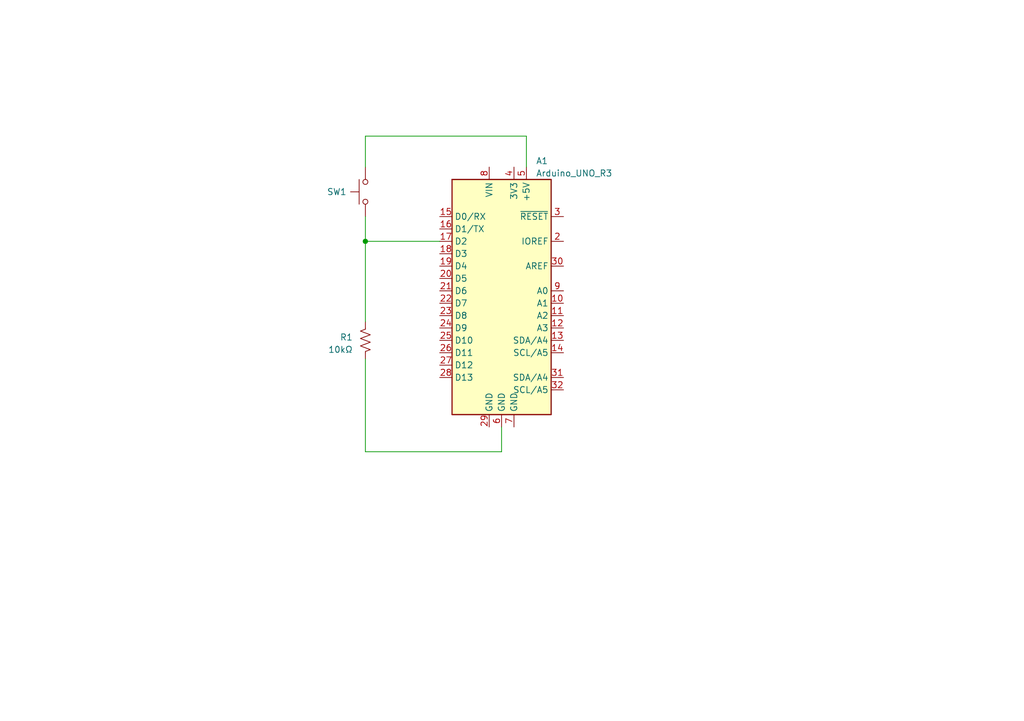
<source format=kicad_sch>
(kicad_sch (version 20230121) (generator eeschema)

  (uuid 062c7fc9-3203-4e28-9240-3193774e34ca)

  (paper "A5")

  (title_block
    (title "Dynamic Blink")
  )

  (lib_symbols
    (symbol "Device:R_US" (pin_numbers hide) (pin_names (offset 0)) (in_bom yes) (on_board yes)
      (property "Reference" "R" (at 2.54 0 90)
        (effects (font (size 1.27 1.27)))
      )
      (property "Value" "R_US" (at -2.54 0 90)
        (effects (font (size 1.27 1.27)))
      )
      (property "Footprint" "" (at 1.016 -0.254 90)
        (effects (font (size 1.27 1.27)) hide)
      )
      (property "Datasheet" "~" (at 0 0 0)
        (effects (font (size 1.27 1.27)) hide)
      )
      (property "ki_keywords" "R res resistor" (at 0 0 0)
        (effects (font (size 1.27 1.27)) hide)
      )
      (property "ki_description" "Resistor, US symbol" (at 0 0 0)
        (effects (font (size 1.27 1.27)) hide)
      )
      (property "ki_fp_filters" "R_*" (at 0 0 0)
        (effects (font (size 1.27 1.27)) hide)
      )
      (symbol "R_US_0_1"
        (polyline
          (pts
            (xy 0 -2.286)
            (xy 0 -2.54)
          )
          (stroke (width 0) (type default))
          (fill (type none))
        )
        (polyline
          (pts
            (xy 0 2.286)
            (xy 0 2.54)
          )
          (stroke (width 0) (type default))
          (fill (type none))
        )
        (polyline
          (pts
            (xy 0 -0.762)
            (xy 1.016 -1.143)
            (xy 0 -1.524)
            (xy -1.016 -1.905)
            (xy 0 -2.286)
          )
          (stroke (width 0) (type default))
          (fill (type none))
        )
        (polyline
          (pts
            (xy 0 0.762)
            (xy 1.016 0.381)
            (xy 0 0)
            (xy -1.016 -0.381)
            (xy 0 -0.762)
          )
          (stroke (width 0) (type default))
          (fill (type none))
        )
        (polyline
          (pts
            (xy 0 2.286)
            (xy 1.016 1.905)
            (xy 0 1.524)
            (xy -1.016 1.143)
            (xy 0 0.762)
          )
          (stroke (width 0) (type default))
          (fill (type none))
        )
      )
      (symbol "R_US_1_1"
        (pin passive line (at 0 3.81 270) (length 1.27)
          (name "~" (effects (font (size 1.27 1.27))))
          (number "1" (effects (font (size 1.27 1.27))))
        )
        (pin passive line (at 0 -3.81 90) (length 1.27)
          (name "~" (effects (font (size 1.27 1.27))))
          (number "2" (effects (font (size 1.27 1.27))))
        )
      )
    )
    (symbol "MCU_Module:Arduino_UNO_R3" (in_bom yes) (on_board yes)
      (property "Reference" "A" (at -10.16 23.495 0)
        (effects (font (size 1.27 1.27)) (justify left bottom))
      )
      (property "Value" "Arduino_UNO_R3" (at 5.08 -26.67 0)
        (effects (font (size 1.27 1.27)) (justify left top))
      )
      (property "Footprint" "Module:Arduino_UNO_R3" (at 0 0 0)
        (effects (font (size 1.27 1.27) italic) hide)
      )
      (property "Datasheet" "https://www.arduino.cc/en/Main/arduinoBoardUno" (at 0 0 0)
        (effects (font (size 1.27 1.27)) hide)
      )
      (property "ki_keywords" "Arduino UNO R3 Microcontroller Module Atmel AVR USB" (at 0 0 0)
        (effects (font (size 1.27 1.27)) hide)
      )
      (property "ki_description" "Arduino UNO Microcontroller Module, release 3" (at 0 0 0)
        (effects (font (size 1.27 1.27)) hide)
      )
      (property "ki_fp_filters" "Arduino*UNO*R3*" (at 0 0 0)
        (effects (font (size 1.27 1.27)) hide)
      )
      (symbol "Arduino_UNO_R3_0_1"
        (rectangle (start -10.16 22.86) (end 10.16 -25.4)
          (stroke (width 0.254) (type default))
          (fill (type background))
        )
      )
      (symbol "Arduino_UNO_R3_1_1"
        (pin no_connect line (at -10.16 -20.32 0) (length 2.54) hide
          (name "NC" (effects (font (size 1.27 1.27))))
          (number "1" (effects (font (size 1.27 1.27))))
        )
        (pin bidirectional line (at 12.7 -2.54 180) (length 2.54)
          (name "A1" (effects (font (size 1.27 1.27))))
          (number "10" (effects (font (size 1.27 1.27))))
        )
        (pin bidirectional line (at 12.7 -5.08 180) (length 2.54)
          (name "A2" (effects (font (size 1.27 1.27))))
          (number "11" (effects (font (size 1.27 1.27))))
        )
        (pin bidirectional line (at 12.7 -7.62 180) (length 2.54)
          (name "A3" (effects (font (size 1.27 1.27))))
          (number "12" (effects (font (size 1.27 1.27))))
        )
        (pin bidirectional line (at 12.7 -10.16 180) (length 2.54)
          (name "SDA/A4" (effects (font (size 1.27 1.27))))
          (number "13" (effects (font (size 1.27 1.27))))
        )
        (pin bidirectional line (at 12.7 -12.7 180) (length 2.54)
          (name "SCL/A5" (effects (font (size 1.27 1.27))))
          (number "14" (effects (font (size 1.27 1.27))))
        )
        (pin bidirectional line (at -12.7 15.24 0) (length 2.54)
          (name "D0/RX" (effects (font (size 1.27 1.27))))
          (number "15" (effects (font (size 1.27 1.27))))
        )
        (pin bidirectional line (at -12.7 12.7 0) (length 2.54)
          (name "D1/TX" (effects (font (size 1.27 1.27))))
          (number "16" (effects (font (size 1.27 1.27))))
        )
        (pin bidirectional line (at -12.7 10.16 0) (length 2.54)
          (name "D2" (effects (font (size 1.27 1.27))))
          (number "17" (effects (font (size 1.27 1.27))))
        )
        (pin bidirectional line (at -12.7 7.62 0) (length 2.54)
          (name "D3" (effects (font (size 1.27 1.27))))
          (number "18" (effects (font (size 1.27 1.27))))
        )
        (pin bidirectional line (at -12.7 5.08 0) (length 2.54)
          (name "D4" (effects (font (size 1.27 1.27))))
          (number "19" (effects (font (size 1.27 1.27))))
        )
        (pin output line (at 12.7 10.16 180) (length 2.54)
          (name "IOREF" (effects (font (size 1.27 1.27))))
          (number "2" (effects (font (size 1.27 1.27))))
        )
        (pin bidirectional line (at -12.7 2.54 0) (length 2.54)
          (name "D5" (effects (font (size 1.27 1.27))))
          (number "20" (effects (font (size 1.27 1.27))))
        )
        (pin bidirectional line (at -12.7 0 0) (length 2.54)
          (name "D6" (effects (font (size 1.27 1.27))))
          (number "21" (effects (font (size 1.27 1.27))))
        )
        (pin bidirectional line (at -12.7 -2.54 0) (length 2.54)
          (name "D7" (effects (font (size 1.27 1.27))))
          (number "22" (effects (font (size 1.27 1.27))))
        )
        (pin bidirectional line (at -12.7 -5.08 0) (length 2.54)
          (name "D8" (effects (font (size 1.27 1.27))))
          (number "23" (effects (font (size 1.27 1.27))))
        )
        (pin bidirectional line (at -12.7 -7.62 0) (length 2.54)
          (name "D9" (effects (font (size 1.27 1.27))))
          (number "24" (effects (font (size 1.27 1.27))))
        )
        (pin bidirectional line (at -12.7 -10.16 0) (length 2.54)
          (name "D10" (effects (font (size 1.27 1.27))))
          (number "25" (effects (font (size 1.27 1.27))))
        )
        (pin bidirectional line (at -12.7 -12.7 0) (length 2.54)
          (name "D11" (effects (font (size 1.27 1.27))))
          (number "26" (effects (font (size 1.27 1.27))))
        )
        (pin bidirectional line (at -12.7 -15.24 0) (length 2.54)
          (name "D12" (effects (font (size 1.27 1.27))))
          (number "27" (effects (font (size 1.27 1.27))))
        )
        (pin bidirectional line (at -12.7 -17.78 0) (length 2.54)
          (name "D13" (effects (font (size 1.27 1.27))))
          (number "28" (effects (font (size 1.27 1.27))))
        )
        (pin power_in line (at -2.54 -27.94 90) (length 2.54)
          (name "GND" (effects (font (size 1.27 1.27))))
          (number "29" (effects (font (size 1.27 1.27))))
        )
        (pin input line (at 12.7 15.24 180) (length 2.54)
          (name "~{RESET}" (effects (font (size 1.27 1.27))))
          (number "3" (effects (font (size 1.27 1.27))))
        )
        (pin input line (at 12.7 5.08 180) (length 2.54)
          (name "AREF" (effects (font (size 1.27 1.27))))
          (number "30" (effects (font (size 1.27 1.27))))
        )
        (pin bidirectional line (at 12.7 -17.78 180) (length 2.54)
          (name "SDA/A4" (effects (font (size 1.27 1.27))))
          (number "31" (effects (font (size 1.27 1.27))))
        )
        (pin bidirectional line (at 12.7 -20.32 180) (length 2.54)
          (name "SCL/A5" (effects (font (size 1.27 1.27))))
          (number "32" (effects (font (size 1.27 1.27))))
        )
        (pin power_out line (at 2.54 25.4 270) (length 2.54)
          (name "3V3" (effects (font (size 1.27 1.27))))
          (number "4" (effects (font (size 1.27 1.27))))
        )
        (pin power_out line (at 5.08 25.4 270) (length 2.54)
          (name "+5V" (effects (font (size 1.27 1.27))))
          (number "5" (effects (font (size 1.27 1.27))))
        )
        (pin power_in line (at 0 -27.94 90) (length 2.54)
          (name "GND" (effects (font (size 1.27 1.27))))
          (number "6" (effects (font (size 1.27 1.27))))
        )
        (pin power_in line (at 2.54 -27.94 90) (length 2.54)
          (name "GND" (effects (font (size 1.27 1.27))))
          (number "7" (effects (font (size 1.27 1.27))))
        )
        (pin power_in line (at -2.54 25.4 270) (length 2.54)
          (name "VIN" (effects (font (size 1.27 1.27))))
          (number "8" (effects (font (size 1.27 1.27))))
        )
        (pin bidirectional line (at 12.7 0 180) (length 2.54)
          (name "A0" (effects (font (size 1.27 1.27))))
          (number "9" (effects (font (size 1.27 1.27))))
        )
      )
    )
    (symbol "Switch:SW_Push" (pin_numbers hide) (pin_names (offset 1.016) hide) (in_bom yes) (on_board yes)
      (property "Reference" "SW" (at 1.27 2.54 0)
        (effects (font (size 1.27 1.27)) (justify left))
      )
      (property "Value" "SW_Push" (at 0 -1.524 0)
        (effects (font (size 1.27 1.27)))
      )
      (property "Footprint" "" (at 0 5.08 0)
        (effects (font (size 1.27 1.27)) hide)
      )
      (property "Datasheet" "~" (at 0 5.08 0)
        (effects (font (size 1.27 1.27)) hide)
      )
      (property "ki_keywords" "switch normally-open pushbutton push-button" (at 0 0 0)
        (effects (font (size 1.27 1.27)) hide)
      )
      (property "ki_description" "Push button switch, generic, two pins" (at 0 0 0)
        (effects (font (size 1.27 1.27)) hide)
      )
      (symbol "SW_Push_0_1"
        (circle (center -2.032 0) (radius 0.508)
          (stroke (width 0) (type default))
          (fill (type none))
        )
        (polyline
          (pts
            (xy 0 1.27)
            (xy 0 3.048)
          )
          (stroke (width 0) (type default))
          (fill (type none))
        )
        (polyline
          (pts
            (xy 2.54 1.27)
            (xy -2.54 1.27)
          )
          (stroke (width 0) (type default))
          (fill (type none))
        )
        (circle (center 2.032 0) (radius 0.508)
          (stroke (width 0) (type default))
          (fill (type none))
        )
        (pin passive line (at -5.08 0 0) (length 2.54)
          (name "1" (effects (font (size 1.27 1.27))))
          (number "1" (effects (font (size 1.27 1.27))))
        )
        (pin passive line (at 5.08 0 180) (length 2.54)
          (name "2" (effects (font (size 1.27 1.27))))
          (number "2" (effects (font (size 1.27 1.27))))
        )
      )
    )
  )

  (junction (at 74.93 49.53) (diameter 0) (color 0 0 0 0)
    (uuid b93e8ab0-bc82-4c2d-af41-bb73440a1495)
  )

  (wire (pts (xy 74.93 92.71) (xy 102.87 92.71))
    (stroke (width 0) (type default))
    (uuid 12f2f06c-f052-4dfc-8c1d-b397da5f4a5f)
  )
  (wire (pts (xy 107.95 34.29) (xy 107.95 27.94))
    (stroke (width 0) (type default))
    (uuid 74bc8389-0485-42e3-8dd5-f7d5f711dd0f)
  )
  (wire (pts (xy 102.87 92.71) (xy 102.87 87.63))
    (stroke (width 0) (type default))
    (uuid a1daf548-0b21-4ef9-b7ab-22f0f3fa3027)
  )
  (wire (pts (xy 74.93 73.66) (xy 74.93 92.71))
    (stroke (width 0) (type default))
    (uuid b74f8cf6-57b5-4bcb-b3bf-6ce4587b32f7)
  )
  (wire (pts (xy 107.95 27.94) (xy 74.93 27.94))
    (stroke (width 0) (type default))
    (uuid cc097ee4-55c7-4557-bcf9-fba9da4d5868)
  )
  (wire (pts (xy 74.93 49.53) (xy 90.17 49.53))
    (stroke (width 0) (type default))
    (uuid cfe7f199-1268-4630-bc86-37753c08ed3a)
  )
  (wire (pts (xy 74.93 44.45) (xy 74.93 49.53))
    (stroke (width 0) (type default))
    (uuid d12083e3-139e-49eb-a6e3-018593a6691c)
  )
  (wire (pts (xy 74.93 49.53) (xy 74.93 66.04))
    (stroke (width 0) (type default))
    (uuid f47e8ca7-a450-4bed-8909-099f16d7bf66)
  )
  (wire (pts (xy 74.93 27.94) (xy 74.93 34.29))
    (stroke (width 0) (type default))
    (uuid f5ebf7ce-ab74-4ae7-adcd-ef47a1a914b4)
  )

  (symbol (lib_id "Device:R_US") (at 74.93 69.85 0) (mirror y) (unit 1)
    (in_bom yes) (on_board yes) (dnp no)
    (uuid 12134203-3411-4332-9ffd-888b8f639e92)
    (property "Reference" "R1" (at 72.39 69.215 0)
      (effects (font (size 1.27 1.27)) (justify left))
    )
    (property "Value" "10kΩ" (at 72.39 71.755 0)
      (effects (font (size 1.27 1.27)) (justify left))
    )
    (property "Footprint" "" (at 73.914 70.104 90)
      (effects (font (size 1.27 1.27)) hide)
    )
    (property "Datasheet" "~" (at 74.93 69.85 0)
      (effects (font (size 1.27 1.27)) hide)
    )
    (pin "1" (uuid ddca432d-1994-41df-9526-e079f3a22a54))
    (pin "2" (uuid 9b3f940c-ac8d-4f6a-955c-dc2fe19da369))
    (instances
      (project "dynamic_blink"
        (path "/062c7fc9-3203-4e28-9240-3193774e34ca"
          (reference "R1") (unit 1)
        )
      )
    )
  )

  (symbol (lib_id "Switch:SW_Push") (at 74.93 39.37 90) (mirror x) (unit 1)
    (in_bom yes) (on_board yes) (dnp no)
    (uuid b8cef3f6-a0ba-4775-9745-da41ae90fcba)
    (property "Reference" "SW1" (at 71.12 39.37 90)
      (effects (font (size 1.27 1.27)) (justify left))
    )
    (property "Value" "Momentary Switch" (at 71.12 41.275 90)
      (effects (font (size 1.27 1.27)) (justify left) hide)
    )
    (property "Footprint" "" (at 69.85 39.37 0)
      (effects (font (size 1.27 1.27)) hide)
    )
    (property "Datasheet" "~" (at 69.85 39.37 0)
      (effects (font (size 1.27 1.27)) hide)
    )
    (pin "1" (uuid 492b15ef-950c-42be-8938-f86b7fd5f8b1))
    (pin "2" (uuid ac1cf351-6b79-4795-9414-817a9eabdc8a))
    (instances
      (project "dynamic_blink"
        (path "/062c7fc9-3203-4e28-9240-3193774e34ca"
          (reference "SW1") (unit 1)
        )
      )
    )
  )

  (symbol (lib_id "MCU_Module:Arduino_UNO_R3") (at 102.87 59.69 0) (unit 1)
    (in_bom yes) (on_board yes) (dnp no) (fields_autoplaced)
    (uuid bceea4c3-f43c-472b-b14b-5d32e2fbe380)
    (property "Reference" "A1" (at 109.9059 33.02 0)
      (effects (font (size 1.27 1.27)) (justify left))
    )
    (property "Value" "Arduino_UNO_R3" (at 109.9059 35.56 0)
      (effects (font (size 1.27 1.27)) (justify left))
    )
    (property "Footprint" "Module:Arduino_UNO_R3" (at 102.87 59.69 0)
      (effects (font (size 1.27 1.27) italic) hide)
    )
    (property "Datasheet" "https://www.arduino.cc/en/Main/arduinoBoardUno" (at 102.87 59.69 0)
      (effects (font (size 1.27 1.27)) hide)
    )
    (pin "1" (uuid cad6c88a-2db8-400a-9f0b-08868a1fc1c0))
    (pin "10" (uuid d0938c58-f535-494f-963f-920aa77cba8c))
    (pin "11" (uuid 519782a0-c5f9-4c13-9b02-ec0d25a70a89))
    (pin "12" (uuid ab62d8e4-4dca-4b8f-a6c9-e7db81ff1986))
    (pin "13" (uuid 572f82e1-4496-4755-9b72-f934b197d3e1))
    (pin "14" (uuid 002e743c-8d3b-4638-99e7-6c9c40b71a6c))
    (pin "15" (uuid 674d0a21-bd00-49cf-be0e-679d6c348c76))
    (pin "16" (uuid caa219d9-2442-4c40-91ee-c85855f4a083))
    (pin "17" (uuid 9fa3934a-0e5e-4365-bb60-c18289bbefe2))
    (pin "18" (uuid bc3fe559-b8b6-44a8-80e4-a992f7341929))
    (pin "19" (uuid 70eeeb7e-633c-4a80-953c-e3df9e68d29d))
    (pin "2" (uuid 654ff23c-c272-4743-92c0-b4a041a69b24))
    (pin "20" (uuid 87bbd073-e5e0-48e0-be44-459f8f16f01a))
    (pin "21" (uuid 76dc742f-4e53-408f-89f5-159578c81e94))
    (pin "22" (uuid 56ca5d4f-c309-48f1-b7f8-1db7521bbee3))
    (pin "23" (uuid c3e7d39a-768a-48e0-84a8-7861962130ae))
    (pin "24" (uuid f5c6e15d-76f9-406a-bec7-b50e7c9b7dcd))
    (pin "25" (uuid 780c29d2-edfb-42f6-8809-89053f7e5708))
    (pin "26" (uuid c6cc3786-b56c-474d-b21c-847094fd285d))
    (pin "27" (uuid fb0844bc-906a-46b8-a59a-e7c86dcb8265))
    (pin "28" (uuid a29ee7b6-b05f-4973-b649-60fcea83a23c))
    (pin "29" (uuid 973123cc-fd82-435c-988c-5824f4f0259c))
    (pin "3" (uuid e5227f1f-2665-4598-bdb0-d9d9000f46bd))
    (pin "30" (uuid a1d1a80e-f5d2-4808-b46b-f03aef713ec3))
    (pin "31" (uuid ccf25ee6-59ca-4da3-8072-0cb93030d272))
    (pin "32" (uuid 4b20baf9-0e53-46c6-a546-8c1608f3724b))
    (pin "4" (uuid 9b03b327-1da8-4fa1-b811-43241905acb0))
    (pin "5" (uuid 18f149e7-ea0d-42a9-9def-5532568458d7))
    (pin "6" (uuid cafc1902-4b10-4dea-8b5f-61d3ee03ff7a))
    (pin "7" (uuid 21f301ee-54ce-4432-a9a9-03f24d11155d))
    (pin "8" (uuid 58d588da-b78c-4a3d-8302-6f0e94daab51))
    (pin "9" (uuid c7f92ab4-163c-4146-a5f4-f813f9eadabb))
    (instances
      (project "dynamic_blink"
        (path "/062c7fc9-3203-4e28-9240-3193774e34ca"
          (reference "A1") (unit 1)
        )
      )
    )
  )

  (sheet_instances
    (path "/" (page "1"))
  )
)

</source>
